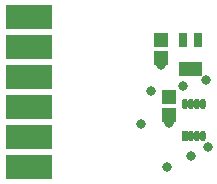
<source format=gts>
G04 Layer_Color=20142*
%FSLAX25Y25*%
%MOIN*%
G70*
G01*
G75*
%ADD21R,0.04737X0.04934*%
%ADD22R,0.02572X0.05131*%
%ADD23O,0.01981X0.03556*%
%ADD24R,0.01981X0.03556*%
%ADD25R,0.15800X0.08400*%
%ADD26C,0.03200*%
D21*
X159100Y461905D02*
D03*
Y456000D02*
D03*
X156700Y480853D02*
D03*
Y474947D02*
D03*
D22*
X163741Y471077D02*
D03*
X166300D02*
D03*
X168859D02*
D03*
Y480723D02*
D03*
X163741D02*
D03*
D23*
X170606Y459630D02*
D03*
X168637D02*
D03*
X166668D02*
D03*
X164700D02*
D03*
X170606Y449000D02*
D03*
X168637D02*
D03*
X166668D02*
D03*
D24*
X164700D02*
D03*
D25*
X112500Y458500D02*
D03*
Y468500D02*
D03*
Y478500D02*
D03*
Y488500D02*
D03*
Y448500D02*
D03*
Y438500D02*
D03*
D26*
X149900Y452800D02*
D03*
X163800Y465500D02*
D03*
X153300Y463700D02*
D03*
X166668Y442100D02*
D03*
X172100Y445300D02*
D03*
X171600Y467500D02*
D03*
X159100Y453100D02*
D03*
X156700Y472500D02*
D03*
X158700Y438500D02*
D03*
M02*

</source>
